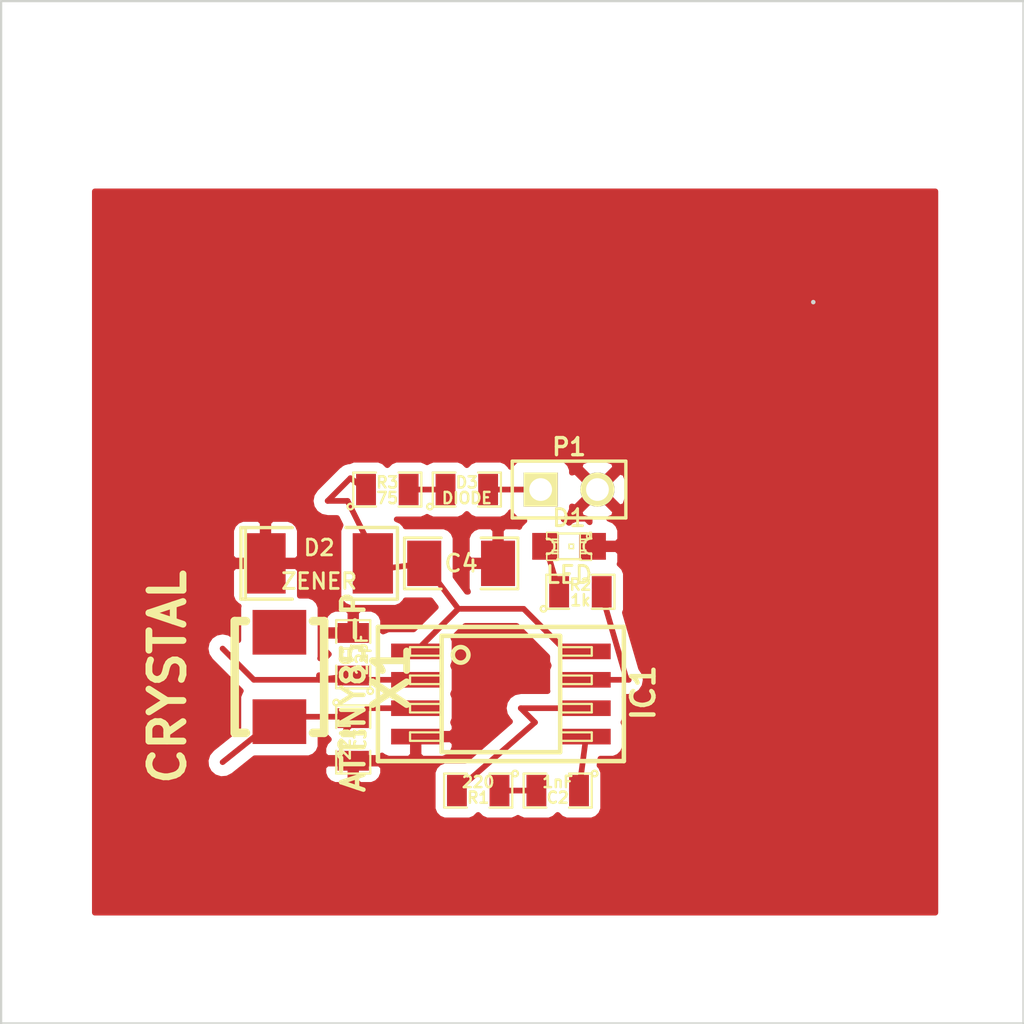
<source format=kicad_pcb>
(kicad_pcb (version 3) (host pcbnew "(2013-may-18)-stable")

  (general
    (links 21)
    (no_connects 3)
    (area 147.269999 111.709999 193.090001 157.530001)
    (thickness 1.6)
    (drawings 5)
    (tracks 35)
    (zones 0)
    (modules 13)
    (nets 12)
  )

  (page A3)
  (layers
    (15 F.Cu signal)
    (0 B.Cu signal)
    (16 B.Adhes user)
    (17 F.Adhes user)
    (18 B.Paste user)
    (19 F.Paste user)
    (20 B.SilkS user)
    (21 F.SilkS user)
    (22 B.Mask user)
    (23 F.Mask user)
    (24 Dwgs.User user)
    (25 Cmts.User user)
    (26 Eco1.User user)
    (27 Eco2.User user)
    (28 Edge.Cuts user)
  )

  (setup
    (last_trace_width 0.254)
    (trace_clearance 0.254)
    (zone_clearance 0.508)
    (zone_45_only no)
    (trace_min 0.254)
    (segment_width 0.2)
    (edge_width 0.1)
    (via_size 0.889)
    (via_drill 0.635)
    (via_min_size 0.889)
    (via_min_drill 0.508)
    (uvia_size 0.508)
    (uvia_drill 0.127)
    (uvias_allowed no)
    (uvia_min_size 0.508)
    (uvia_min_drill 0.127)
    (pcb_text_width 0.3)
    (pcb_text_size 1.5 1.5)
    (mod_edge_width 0.15)
    (mod_text_size 1 1)
    (mod_text_width 0.15)
    (pad_size 1.5 1.5)
    (pad_drill 0.6)
    (pad_to_mask_clearance 0)
    (aux_axis_origin 0 0)
    (visible_elements FFFFFFBF)
    (pcbplotparams
      (layerselection 3178497)
      (usegerberextensions true)
      (excludeedgelayer true)
      (linewidth 0.150000)
      (plotframeref false)
      (viasonmask false)
      (mode 1)
      (useauxorigin false)
      (hpglpennumber 1)
      (hpglpenspeed 20)
      (hpglpendiameter 15)
      (hpglpenoverlay 2)
      (psnegative false)
      (psa4output false)
      (plotreference true)
      (plotvalue true)
      (plotothertext true)
      (plotinvisibletext false)
      (padsonsilk false)
      (subtractmaskfromsilk false)
      (outputformat 1)
      (mirror false)
      (drillshape 1)
      (scaleselection 1)
      (outputdirectory ""))
  )

  (net 0 "")
  (net 1 +BATT)
  (net 2 GND)
  (net 3 N-000001)
  (net 4 N-0000010)
  (net 5 N-0000011)
  (net 6 N-000002)
  (net 7 N-000003)
  (net 8 N-000004)
  (net 9 N-000005)
  (net 10 N-000007)
  (net 11 N-000009)

  (net_class Default "This is the default net class."
    (clearance 0.254)
    (trace_width 0.254)
    (via_dia 0.889)
    (via_drill 0.635)
    (uvia_dia 0.508)
    (uvia_drill 0.127)
    (add_net "")
    (add_net +BATT)
    (add_net GND)
    (add_net N-000001)
    (add_net N-0000010)
    (add_net N-0000011)
    (add_net N-000002)
    (add_net N-000003)
    (add_net N-000004)
    (add_net N-000005)
    (add_net N-000007)
    (add_net N-000009)
  )

  (module SM1206 (layer F.Cu) (tedit 42806E24) (tstamp 5548A5C0)
    (at 167.894 136.906)
    (path /55489ECF)
    (attr smd)
    (fp_text reference C4 (at 0 0) (layer F.SilkS)
      (effects (font (size 0.762 0.762) (thickness 0.127)))
    )
    (fp_text value 50uF (at 0 0) (layer F.SilkS) hide
      (effects (font (size 0.762 0.762) (thickness 0.127)))
    )
    (fp_line (start -2.54 -1.143) (end -2.54 1.143) (layer F.SilkS) (width 0.127))
    (fp_line (start -2.54 1.143) (end -0.889 1.143) (layer F.SilkS) (width 0.127))
    (fp_line (start 0.889 -1.143) (end 2.54 -1.143) (layer F.SilkS) (width 0.127))
    (fp_line (start 2.54 -1.143) (end 2.54 1.143) (layer F.SilkS) (width 0.127))
    (fp_line (start 2.54 1.143) (end 0.889 1.143) (layer F.SilkS) (width 0.127))
    (fp_line (start -0.889 -1.143) (end -2.54 -1.143) (layer F.SilkS) (width 0.127))
    (pad 1 smd rect (at -1.651 0) (size 1.524 2.032)
      (layers F.Cu F.Paste F.Mask)
      (net 5 N-0000011)
    )
    (pad 2 smd rect (at 1.651 0) (size 1.524 2.032)
      (layers F.Cu F.Paste F.Mask)
      (net 2 GND)
    )
    (model smd/chip_cms.wrl
      (at (xyz 0 0 0))
      (scale (xyz 0.17 0.16 0.16))
      (rotate (xyz 0 0 0))
    )
  )

  (module SM0805 (layer F.Cu) (tedit 5091495C) (tstamp 5548A5CD)
    (at 164.592 133.604)
    (path /5541F0E5)
    (attr smd)
    (fp_text reference R3 (at 0 -0.3175) (layer F.SilkS)
      (effects (font (size 0.50038 0.50038) (thickness 0.10922)))
    )
    (fp_text value 75 (at 0 0.381) (layer F.SilkS)
      (effects (font (size 0.50038 0.50038) (thickness 0.10922)))
    )
    (fp_circle (center -1.651 0.762) (end -1.651 0.635) (layer F.SilkS) (width 0.09906))
    (fp_line (start -0.508 0.762) (end -1.524 0.762) (layer F.SilkS) (width 0.09906))
    (fp_line (start -1.524 0.762) (end -1.524 -0.762) (layer F.SilkS) (width 0.09906))
    (fp_line (start -1.524 -0.762) (end -0.508 -0.762) (layer F.SilkS) (width 0.09906))
    (fp_line (start 0.508 -0.762) (end 1.524 -0.762) (layer F.SilkS) (width 0.09906))
    (fp_line (start 1.524 -0.762) (end 1.524 0.762) (layer F.SilkS) (width 0.09906))
    (fp_line (start 1.524 0.762) (end 0.508 0.762) (layer F.SilkS) (width 0.09906))
    (pad 1 smd rect (at -0.9525 0) (size 0.889 1.397)
      (layers F.Cu F.Paste F.Mask)
      (net 5 N-0000011)
    )
    (pad 2 smd rect (at 0.9525 0) (size 0.889 1.397)
      (layers F.Cu F.Paste F.Mask)
      (net 1 +BATT)
    )
    (model smd/chip_cms.wrl
      (at (xyz 0 0 0))
      (scale (xyz 0.1 0.1 0.1))
      (rotate (xyz 0 0 0))
    )
  )

  (module SM0805 (layer F.Cu) (tedit 5091495C) (tstamp 5548A5DA)
    (at 163.068 140.97 90)
    (path /5541F242)
    (attr smd)
    (fp_text reference C1 (at 0 -0.3175 90) (layer F.SilkS)
      (effects (font (size 0.50038 0.50038) (thickness 0.10922)))
    )
    (fp_text value 22pF (at 0 0.381 90) (layer F.SilkS)
      (effects (font (size 0.50038 0.50038) (thickness 0.10922)))
    )
    (fp_circle (center -1.651 0.762) (end -1.651 0.635) (layer F.SilkS) (width 0.09906))
    (fp_line (start -0.508 0.762) (end -1.524 0.762) (layer F.SilkS) (width 0.09906))
    (fp_line (start -1.524 0.762) (end -1.524 -0.762) (layer F.SilkS) (width 0.09906))
    (fp_line (start -1.524 -0.762) (end -0.508 -0.762) (layer F.SilkS) (width 0.09906))
    (fp_line (start 0.508 -0.762) (end 1.524 -0.762) (layer F.SilkS) (width 0.09906))
    (fp_line (start 1.524 -0.762) (end 1.524 0.762) (layer F.SilkS) (width 0.09906))
    (fp_line (start 1.524 0.762) (end 0.508 0.762) (layer F.SilkS) (width 0.09906))
    (pad 1 smd rect (at -0.9525 0 90) (size 0.889 1.397)
      (layers F.Cu F.Paste F.Mask)
      (net 4 N-0000010)
    )
    (pad 2 smd rect (at 0.9525 0 90) (size 0.889 1.397)
      (layers F.Cu F.Paste F.Mask)
      (net 2 GND)
    )
    (model smd/chip_cms.wrl
      (at (xyz 0 0 0))
      (scale (xyz 0.1 0.1 0.1))
      (rotate (xyz 0 0 0))
    )
  )

  (module SM0805 (layer F.Cu) (tedit 5091495C) (tstamp 5548A5E7)
    (at 163.068 144.78 270)
    (path /5541F251)
    (attr smd)
    (fp_text reference C3 (at 0 -0.3175 270) (layer F.SilkS)
      (effects (font (size 0.50038 0.50038) (thickness 0.10922)))
    )
    (fp_text value 22pF (at 0 0.381 270) (layer F.SilkS)
      (effects (font (size 0.50038 0.50038) (thickness 0.10922)))
    )
    (fp_circle (center -1.651 0.762) (end -1.651 0.635) (layer F.SilkS) (width 0.09906))
    (fp_line (start -0.508 0.762) (end -1.524 0.762) (layer F.SilkS) (width 0.09906))
    (fp_line (start -1.524 0.762) (end -1.524 -0.762) (layer F.SilkS) (width 0.09906))
    (fp_line (start -1.524 -0.762) (end -0.508 -0.762) (layer F.SilkS) (width 0.09906))
    (fp_line (start 0.508 -0.762) (end 1.524 -0.762) (layer F.SilkS) (width 0.09906))
    (fp_line (start 1.524 -0.762) (end 1.524 0.762) (layer F.SilkS) (width 0.09906))
    (fp_line (start 1.524 0.762) (end 0.508 0.762) (layer F.SilkS) (width 0.09906))
    (pad 1 smd rect (at -0.9525 0 270) (size 0.889 1.397)
      (layers F.Cu F.Paste F.Mask)
      (net 11 N-000009)
    )
    (pad 2 smd rect (at 0.9525 0 270) (size 0.889 1.397)
      (layers F.Cu F.Paste F.Mask)
      (net 2 GND)
    )
    (model smd/chip_cms.wrl
      (at (xyz 0 0 0))
      (scale (xyz 0.1 0.1 0.1))
      (rotate (xyz 0 0 0))
    )
  )

  (module SM0805 (layer F.Cu) (tedit 5091495C) (tstamp 5548A5F4)
    (at 173.228 138.176)
    (path /5541F330)
    (attr smd)
    (fp_text reference R2 (at 0 -0.3175) (layer F.SilkS)
      (effects (font (size 0.50038 0.50038) (thickness 0.10922)))
    )
    (fp_text value 1k (at 0 0.381) (layer F.SilkS)
      (effects (font (size 0.50038 0.50038) (thickness 0.10922)))
    )
    (fp_circle (center -1.651 0.762) (end -1.651 0.635) (layer F.SilkS) (width 0.09906))
    (fp_line (start -0.508 0.762) (end -1.524 0.762) (layer F.SilkS) (width 0.09906))
    (fp_line (start -1.524 0.762) (end -1.524 -0.762) (layer F.SilkS) (width 0.09906))
    (fp_line (start -1.524 -0.762) (end -0.508 -0.762) (layer F.SilkS) (width 0.09906))
    (fp_line (start 0.508 -0.762) (end 1.524 -0.762) (layer F.SilkS) (width 0.09906))
    (fp_line (start 1.524 -0.762) (end 1.524 0.762) (layer F.SilkS) (width 0.09906))
    (fp_line (start 1.524 0.762) (end 0.508 0.762) (layer F.SilkS) (width 0.09906))
    (pad 1 smd rect (at -0.9525 0) (size 0.889 1.397)
      (layers F.Cu F.Paste F.Mask)
      (net 8 N-000004)
    )
    (pad 2 smd rect (at 0.9525 0) (size 0.889 1.397)
      (layers F.Cu F.Paste F.Mask)
      (net 9 N-000005)
    )
    (model smd/chip_cms.wrl
      (at (xyz 0 0 0))
      (scale (xyz 0.1 0.1 0.1))
      (rotate (xyz 0 0 0))
    )
  )

  (module SM0805 (layer F.Cu) (tedit 5091495C) (tstamp 5548A601)
    (at 168.656 147.066 180)
    (path /55489F9C)
    (attr smd)
    (fp_text reference R1 (at 0 -0.3175 180) (layer F.SilkS)
      (effects (font (size 0.50038 0.50038) (thickness 0.10922)))
    )
    (fp_text value 220 (at 0 0.381 180) (layer F.SilkS)
      (effects (font (size 0.50038 0.50038) (thickness 0.10922)))
    )
    (fp_circle (center -1.651 0.762) (end -1.651 0.635) (layer F.SilkS) (width 0.09906))
    (fp_line (start -0.508 0.762) (end -1.524 0.762) (layer F.SilkS) (width 0.09906))
    (fp_line (start -1.524 0.762) (end -1.524 -0.762) (layer F.SilkS) (width 0.09906))
    (fp_line (start -1.524 -0.762) (end -0.508 -0.762) (layer F.SilkS) (width 0.09906))
    (fp_line (start 0.508 -0.762) (end 1.524 -0.762) (layer F.SilkS) (width 0.09906))
    (fp_line (start 1.524 -0.762) (end 1.524 0.762) (layer F.SilkS) (width 0.09906))
    (fp_line (start 1.524 0.762) (end 0.508 0.762) (layer F.SilkS) (width 0.09906))
    (pad 1 smd rect (at -0.9525 0 180) (size 0.889 1.397)
      (layers F.Cu F.Paste F.Mask)
      (net 3 N-000001)
    )
    (pad 2 smd rect (at 0.9525 0 180) (size 0.889 1.397)
      (layers F.Cu F.Paste F.Mask)
      (net 7 N-000003)
    )
    (model smd/chip_cms.wrl
      (at (xyz 0 0 0))
      (scale (xyz 0.1 0.1 0.1))
      (rotate (xyz 0 0 0))
    )
  )

  (module SM0805 (layer F.Cu) (tedit 5091495C) (tstamp 5548A60E)
    (at 172.212 147.066 180)
    (path /55489FB1)
    (attr smd)
    (fp_text reference C2 (at 0 -0.3175 180) (layer F.SilkS)
      (effects (font (size 0.50038 0.50038) (thickness 0.10922)))
    )
    (fp_text value 1nF (at 0 0.381 180) (layer F.SilkS)
      (effects (font (size 0.50038 0.50038) (thickness 0.10922)))
    )
    (fp_circle (center -1.651 0.762) (end -1.651 0.635) (layer F.SilkS) (width 0.09906))
    (fp_line (start -0.508 0.762) (end -1.524 0.762) (layer F.SilkS) (width 0.09906))
    (fp_line (start -1.524 0.762) (end -1.524 -0.762) (layer F.SilkS) (width 0.09906))
    (fp_line (start -1.524 -0.762) (end -0.508 -0.762) (layer F.SilkS) (width 0.09906))
    (fp_line (start 0.508 -0.762) (end 1.524 -0.762) (layer F.SilkS) (width 0.09906))
    (fp_line (start 1.524 -0.762) (end 1.524 0.762) (layer F.SilkS) (width 0.09906))
    (fp_line (start 1.524 0.762) (end 0.508 0.762) (layer F.SilkS) (width 0.09906))
    (pad 1 smd rect (at -0.9525 0 180) (size 0.889 1.397)
      (layers F.Cu F.Paste F.Mask)
      (net 6 N-000002)
    )
    (pad 2 smd rect (at 0.9525 0 180) (size 0.889 1.397)
      (layers F.Cu F.Paste F.Mask)
      (net 3 N-000001)
    )
    (model smd/chip_cms.wrl
      (at (xyz 0 0 0))
      (scale (xyz 0.1 0.1 0.1))
      (rotate (xyz 0 0 0))
    )
  )

  (module PIN_ARRAY_2X1 (layer F.Cu) (tedit 4565C520) (tstamp 5548A791)
    (at 172.72 133.604)
    (descr "Connecteurs 2 pins")
    (tags "CONN DEV")
    (path /5548A706)
    (fp_text reference P1 (at 0 -1.905) (layer F.SilkS)
      (effects (font (size 0.762 0.762) (thickness 0.1524)))
    )
    (fp_text value CONN_2 (at 0 -1.905) (layer F.SilkS) hide
      (effects (font (size 0.762 0.762) (thickness 0.1524)))
    )
    (fp_line (start -2.54 1.27) (end -2.54 -1.27) (layer F.SilkS) (width 0.1524))
    (fp_line (start -2.54 -1.27) (end 2.54 -1.27) (layer F.SilkS) (width 0.1524))
    (fp_line (start 2.54 -1.27) (end 2.54 1.27) (layer F.SilkS) (width 0.1524))
    (fp_line (start 2.54 1.27) (end -2.54 1.27) (layer F.SilkS) (width 0.1524))
    (pad 1 thru_hole rect (at -1.27 0) (size 1.524 1.524) (drill 1.016)
      (layers *.Cu *.Mask F.SilkS)
      (net 10 N-000007)
    )
    (pad 2 thru_hole circle (at 1.27 0) (size 1.524 1.524) (drill 1.016)
      (layers *.Cu *.Mask F.SilkS)
      (net 2 GND)
    )
    (model pin_array/pins_array_2x1.wrl
      (at (xyz 0 0 0))
      (scale (xyz 1 1 1))
      (rotate (xyz 0 0 0))
    )
  )

  (module SM0805 (layer F.Cu) (tedit 5091495C) (tstamp 5548AC68)
    (at 168.148 133.604)
    (path /5548AC1F)
    (attr smd)
    (fp_text reference D3 (at 0 -0.3175) (layer F.SilkS)
      (effects (font (size 0.50038 0.50038) (thickness 0.10922)))
    )
    (fp_text value DIODE (at 0 0.381) (layer F.SilkS)
      (effects (font (size 0.50038 0.50038) (thickness 0.10922)))
    )
    (fp_circle (center -1.651 0.762) (end -1.651 0.635) (layer F.SilkS) (width 0.09906))
    (fp_line (start -0.508 0.762) (end -1.524 0.762) (layer F.SilkS) (width 0.09906))
    (fp_line (start -1.524 0.762) (end -1.524 -0.762) (layer F.SilkS) (width 0.09906))
    (fp_line (start -1.524 -0.762) (end -0.508 -0.762) (layer F.SilkS) (width 0.09906))
    (fp_line (start 0.508 -0.762) (end 1.524 -0.762) (layer F.SilkS) (width 0.09906))
    (fp_line (start 1.524 -0.762) (end 1.524 0.762) (layer F.SilkS) (width 0.09906))
    (fp_line (start 1.524 0.762) (end 0.508 0.762) (layer F.SilkS) (width 0.09906))
    (pad 1 smd rect (at -0.9525 0) (size 0.889 1.397)
      (layers F.Cu F.Paste F.Mask)
      (net 1 +BATT)
    )
    (pad 2 smd rect (at 0.9525 0) (size 0.889 1.397)
      (layers F.Cu F.Paste F.Mask)
      (net 10 N-000007)
    )
    (model smd/chip_cms.wrl
      (at (xyz 0 0 0))
      (scale (xyz 0.1 0.1 0.1))
      (rotate (xyz 0 0 0))
    )
  )

  (module LED-0805 (layer F.Cu) (tedit 49DC4C0B) (tstamp 5548B077)
    (at 172.72 136.144)
    (descr "LED 0805 smd package")
    (tags "LED 0805 SMD")
    (path /5541F321)
    (attr smd)
    (fp_text reference D1 (at 0 -1.27) (layer F.SilkS)
      (effects (font (size 0.762 0.762) (thickness 0.127)))
    )
    (fp_text value LED (at 0 1.27) (layer F.SilkS)
      (effects (font (size 0.762 0.762) (thickness 0.127)))
    )
    (fp_line (start 0.49784 0.29972) (end 0.49784 0.62484) (layer F.SilkS) (width 0.06604))
    (fp_line (start 0.49784 0.62484) (end 0.99822 0.62484) (layer F.SilkS) (width 0.06604))
    (fp_line (start 0.99822 0.29972) (end 0.99822 0.62484) (layer F.SilkS) (width 0.06604))
    (fp_line (start 0.49784 0.29972) (end 0.99822 0.29972) (layer F.SilkS) (width 0.06604))
    (fp_line (start 0.49784 -0.32258) (end 0.49784 -0.17272) (layer F.SilkS) (width 0.06604))
    (fp_line (start 0.49784 -0.17272) (end 0.7493 -0.17272) (layer F.SilkS) (width 0.06604))
    (fp_line (start 0.7493 -0.32258) (end 0.7493 -0.17272) (layer F.SilkS) (width 0.06604))
    (fp_line (start 0.49784 -0.32258) (end 0.7493 -0.32258) (layer F.SilkS) (width 0.06604))
    (fp_line (start 0.49784 0.17272) (end 0.49784 0.32258) (layer F.SilkS) (width 0.06604))
    (fp_line (start 0.49784 0.32258) (end 0.7493 0.32258) (layer F.SilkS) (width 0.06604))
    (fp_line (start 0.7493 0.17272) (end 0.7493 0.32258) (layer F.SilkS) (width 0.06604))
    (fp_line (start 0.49784 0.17272) (end 0.7493 0.17272) (layer F.SilkS) (width 0.06604))
    (fp_line (start 0.49784 -0.19812) (end 0.49784 0.19812) (layer F.SilkS) (width 0.06604))
    (fp_line (start 0.49784 0.19812) (end 0.6731 0.19812) (layer F.SilkS) (width 0.06604))
    (fp_line (start 0.6731 -0.19812) (end 0.6731 0.19812) (layer F.SilkS) (width 0.06604))
    (fp_line (start 0.49784 -0.19812) (end 0.6731 -0.19812) (layer F.SilkS) (width 0.06604))
    (fp_line (start -0.99822 0.29972) (end -0.99822 0.62484) (layer F.SilkS) (width 0.06604))
    (fp_line (start -0.99822 0.62484) (end -0.49784 0.62484) (layer F.SilkS) (width 0.06604))
    (fp_line (start -0.49784 0.29972) (end -0.49784 0.62484) (layer F.SilkS) (width 0.06604))
    (fp_line (start -0.99822 0.29972) (end -0.49784 0.29972) (layer F.SilkS) (width 0.06604))
    (fp_line (start -0.99822 -0.62484) (end -0.99822 -0.29972) (layer F.SilkS) (width 0.06604))
    (fp_line (start -0.99822 -0.29972) (end -0.49784 -0.29972) (layer F.SilkS) (width 0.06604))
    (fp_line (start -0.49784 -0.62484) (end -0.49784 -0.29972) (layer F.SilkS) (width 0.06604))
    (fp_line (start -0.99822 -0.62484) (end -0.49784 -0.62484) (layer F.SilkS) (width 0.06604))
    (fp_line (start -0.7493 0.17272) (end -0.7493 0.32258) (layer F.SilkS) (width 0.06604))
    (fp_line (start -0.7493 0.32258) (end -0.49784 0.32258) (layer F.SilkS) (width 0.06604))
    (fp_line (start -0.49784 0.17272) (end -0.49784 0.32258) (layer F.SilkS) (width 0.06604))
    (fp_line (start -0.7493 0.17272) (end -0.49784 0.17272) (layer F.SilkS) (width 0.06604))
    (fp_line (start -0.7493 -0.32258) (end -0.7493 -0.17272) (layer F.SilkS) (width 0.06604))
    (fp_line (start -0.7493 -0.17272) (end -0.49784 -0.17272) (layer F.SilkS) (width 0.06604))
    (fp_line (start -0.49784 -0.32258) (end -0.49784 -0.17272) (layer F.SilkS) (width 0.06604))
    (fp_line (start -0.7493 -0.32258) (end -0.49784 -0.32258) (layer F.SilkS) (width 0.06604))
    (fp_line (start -0.6731 -0.19812) (end -0.6731 0.19812) (layer F.SilkS) (width 0.06604))
    (fp_line (start -0.6731 0.19812) (end -0.49784 0.19812) (layer F.SilkS) (width 0.06604))
    (fp_line (start -0.49784 -0.19812) (end -0.49784 0.19812) (layer F.SilkS) (width 0.06604))
    (fp_line (start -0.6731 -0.19812) (end -0.49784 -0.19812) (layer F.SilkS) (width 0.06604))
    (fp_line (start 0 -0.09906) (end 0 0.09906) (layer F.SilkS) (width 0.06604))
    (fp_line (start 0 0.09906) (end 0.19812 0.09906) (layer F.SilkS) (width 0.06604))
    (fp_line (start 0.19812 -0.09906) (end 0.19812 0.09906) (layer F.SilkS) (width 0.06604))
    (fp_line (start 0 -0.09906) (end 0.19812 -0.09906) (layer F.SilkS) (width 0.06604))
    (fp_line (start 0.49784 -0.59944) (end 0.49784 -0.29972) (layer F.SilkS) (width 0.06604))
    (fp_line (start 0.49784 -0.29972) (end 0.79756 -0.29972) (layer F.SilkS) (width 0.06604))
    (fp_line (start 0.79756 -0.59944) (end 0.79756 -0.29972) (layer F.SilkS) (width 0.06604))
    (fp_line (start 0.49784 -0.59944) (end 0.79756 -0.59944) (layer F.SilkS) (width 0.06604))
    (fp_line (start 0.92456 -0.62484) (end 0.92456 -0.39878) (layer F.SilkS) (width 0.06604))
    (fp_line (start 0.92456 -0.39878) (end 0.99822 -0.39878) (layer F.SilkS) (width 0.06604))
    (fp_line (start 0.99822 -0.62484) (end 0.99822 -0.39878) (layer F.SilkS) (width 0.06604))
    (fp_line (start 0.92456 -0.62484) (end 0.99822 -0.62484) (layer F.SilkS) (width 0.06604))
    (fp_line (start 0.52324 0.57404) (end -0.52324 0.57404) (layer F.SilkS) (width 0.1016))
    (fp_line (start -0.49784 -0.57404) (end 0.92456 -0.57404) (layer F.SilkS) (width 0.1016))
    (fp_circle (center 0.84836 -0.44958) (end 0.89916 -0.50038) (layer F.SilkS) (width 0.0508))
    (fp_arc (start 0.99822 0) (end 0.99822 0.34798) (angle 180) (layer F.SilkS) (width 0.1016))
    (fp_arc (start -0.99822 0) (end -0.99822 -0.34798) (angle 180) (layer F.SilkS) (width 0.1016))
    (pad 1 smd rect (at -1.04902 0) (size 1.19888 1.19888)
      (layers F.Cu F.Paste F.Mask)
      (net 8 N-000004)
    )
    (pad 2 smd rect (at 1.04902 0) (size 1.19888 1.19888)
      (layers F.Cu F.Paste F.Mask)
      (net 2 GND)
    )
  )

  (module SO8_200mil_wide (layer F.Cu) (tedit 510FBDFB) (tstamp 55491126)
    (at 169.672 142.748 270)
    (path /5541EFDB)
    (fp_text reference IC1 (at -0.06 -6.37 270) (layer F.SilkS)
      (effects (font (size 1 1) (thickness 0.2)))
    )
    (fp_text value ATTINY85-P (at -0.08 6.6 270) (layer F.SilkS)
      (effects (font (size 1 1) (thickness 0.2)))
    )
    (fp_circle (center -1.75 1.8) (end -1.4 1.8) (layer F.SilkS) (width 0.2))
    (fp_line (start -3 -5.5) (end 3 -5.5) (layer F.SilkS) (width 0.2))
    (fp_line (start 3 -5.5) (end 3 5.5) (layer F.SilkS) (width 0.2))
    (fp_line (start 3 5.5) (end -3 5.5) (layer F.SilkS) (width 0.2))
    (fp_line (start -3 5.5) (end -3 -5.5) (layer F.SilkS) (width 0.2))
    (fp_line (start -1.7145 2.667) (end -1.7145 4.064) (layer F.SilkS) (width 0.1))
    (fp_line (start -1.7145 4.064) (end -2.0955 4.064) (layer F.SilkS) (width 0.1))
    (fp_line (start -2.0955 4.064) (end -2.0955 2.667) (layer F.SilkS) (width 0.1))
    (fp_line (start -0.4445 2.667) (end -0.4445 4.064) (layer F.SilkS) (width 0.1))
    (fp_line (start -0.4445 4.064) (end -0.8255 4.064) (layer F.SilkS) (width 0.1))
    (fp_line (start -0.8255 4.064) (end -0.8255 2.667) (layer F.SilkS) (width 0.1))
    (fp_line (start 0.8255 2.667) (end 0.8255 4.064) (layer F.SilkS) (width 0.1))
    (fp_line (start 0.8255 4.064) (end 0.4445 4.064) (layer F.SilkS) (width 0.1))
    (fp_line (start 0.4445 4.064) (end 0.4445 2.667) (layer F.SilkS) (width 0.1))
    (fp_line (start 2.0955 2.667) (end 2.0955 4.064) (layer F.SilkS) (width 0.1))
    (fp_line (start 2.0955 4.064) (end 1.7145 4.064) (layer F.SilkS) (width 0.1))
    (fp_line (start 1.7145 4.064) (end 1.7145 2.667) (layer F.SilkS) (width 0.1))
    (fp_line (start -2.0955 -2.667) (end -2.0955 -4.064) (layer F.SilkS) (width 0.1))
    (fp_line (start -2.0955 -4.064) (end -1.7145 -4.064) (layer F.SilkS) (width 0.1))
    (fp_line (start -1.7145 -4.064) (end -1.7145 -2.667) (layer F.SilkS) (width 0.1))
    (fp_line (start -0.8255 -2.667) (end -0.8255 -4.064) (layer F.SilkS) (width 0.1))
    (fp_line (start -0.8255 -4.064) (end -0.4445 -4.064) (layer F.SilkS) (width 0.1))
    (fp_line (start -0.4445 -4.064) (end -0.4445 -2.667) (layer F.SilkS) (width 0.1))
    (fp_line (start 0.4445 -2.667) (end 0.4445 -4.064) (layer F.SilkS) (width 0.1))
    (fp_line (start 0.4445 -4.064) (end 0.8255 -4.064) (layer F.SilkS) (width 0.1))
    (fp_line (start 0.8255 -4.064) (end 0.8255 -2.667) (layer F.SilkS) (width 0.1))
    (fp_line (start 1.7145 -4.064) (end 2.0955 -4.064) (layer F.SilkS) (width 0.1))
    (fp_line (start 1.7145 -2.667) (end 1.7145 -4.064) (layer F.SilkS) (width 0.1))
    (fp_line (start 2.0955 -4.064) (end 2.0955 -2.667) (layer F.SilkS) (width 0.1))
    (fp_line (start 2.6 -2.65) (end 2.6 2.65) (layer F.SilkS) (width 0.2))
    (fp_line (start 2.6 2.65) (end -2.6 2.65) (layer F.SilkS) (width 0.2))
    (fp_line (start -2.6 2.65) (end -2.6 -2.65) (layer F.SilkS) (width 0.2))
    (fp_line (start -2.6 -2.65) (end 2.6 -2.65) (layer F.SilkS) (width 0.2))
    (pad 1 smd rect (at -1.905 3.81 270) (size 0.7 2.2)
      (layers F.Cu F.Paste F.Mask)
      (net 5 N-0000011)
    )
    (pad 2 smd rect (at -0.635 3.81 270) (size 0.7 2.2)
      (layers F.Cu F.Paste F.Mask)
      (net 4 N-0000010)
    )
    (pad 3 smd rect (at 0.635 3.81 270) (size 0.7 2.2)
      (layers F.Cu F.Paste F.Mask)
      (net 11 N-000009)
    )
    (pad 4 smd rect (at 1.905 3.81 270) (size 0.7 2.2)
      (layers F.Cu F.Paste F.Mask)
      (net 2 GND)
    )
    (pad 5 smd rect (at 1.905 -3.81 270) (size 0.7 2.2)
      (layers F.Cu F.Paste F.Mask)
      (net 6 N-000002)
    )
    (pad 6 smd rect (at 0.635 -3.81 270) (size 0.7 2.2)
      (layers F.Cu F.Paste F.Mask)
      (net 7 N-000003)
    )
    (pad 7 smd rect (at -0.635 -3.81 270) (size 0.7 2.2)
      (layers F.Cu F.Paste F.Mask)
      (net 9 N-000005)
    )
    (pad 8 smd rect (at -1.905 -3.81 270) (size 0.7 2.2)
      (layers F.Cu F.Paste F.Mask)
      (net 5 N-0000011)
    )
  )

  (module SM2010 (layer F.Cu) (tedit 510157F5) (tstamp 5549136C)
    (at 161.544 136.906)
    (tags "CMS SM")
    (path /5541F045)
    (attr smd)
    (fp_text reference D2 (at 0 -0.7) (layer F.SilkS)
      (effects (font (size 0.70104 0.70104) (thickness 0.127)))
    )
    (fp_text value ZENER (at 0 0.8) (layer F.SilkS)
      (effects (font (size 0.70104 0.70104) (thickness 0.127)))
    )
    (fp_line (start -3.3 -1.6) (end -3.3 1.6) (layer F.SilkS) (width 0.15))
    (fp_line (start 3.50012 -1.6002) (end 3.50012 1.6002) (layer F.SilkS) (width 0.15))
    (fp_line (start -3.5 -1.6) (end -3.5 1.6) (layer F.SilkS) (width 0.15))
    (fp_line (start 1.19634 1.60528) (end 3.48234 1.60528) (layer F.SilkS) (width 0.15))
    (fp_line (start 3.48234 -1.60528) (end 1.19634 -1.60528) (layer F.SilkS) (width 0.15))
    (fp_line (start -1.2 -1.6) (end -3.5 -1.6) (layer F.SilkS) (width 0.15))
    (fp_line (start -3.5 1.6) (end -1.2 1.6) (layer F.SilkS) (width 0.15))
    (pad 1 smd rect (at -2.4003 0) (size 1.80086 2.70002)
      (layers F.Cu F.Paste F.Mask)
      (net 2 GND)
    )
    (pad 2 smd rect (at 2.4003 0) (size 1.80086 2.70002)
      (layers F.Cu F.Paste F.Mask)
      (net 5 N-0000011)
    )
    (model smd\chip_smd_pol_wide.wrl
      (at (xyz 0 0 0))
      (scale (xyz 0.35 0.35 0.35))
      (rotate (xyz 0 0 0))
    )
  )

  (module CRYSTAL-NX5032GA (layer F.Cu) (tedit 5066972C) (tstamp 55491378)
    (at 159.766 141.986 270)
    (path /5541F22A)
    (fp_text reference X1 (at 0 -5.00126 270) (layer F.SilkS)
      (effects (font (size 1.524 1.524) (thickness 0.3048)))
    )
    (fp_text value CRYSTAL (at 0 5.00126 270) (layer F.SilkS)
      (effects (font (size 1.524 1.524) (thickness 0.3048)))
    )
    (fp_line (start -2.49936 1.50114) (end -2.49936 1.99898) (layer F.SilkS) (width 0.381))
    (fp_line (start -2.49936 1.99898) (end 2.49936 1.99898) (layer F.SilkS) (width 0.381))
    (fp_line (start 2.49936 1.99898) (end 2.49936 1.50114) (layer F.SilkS) (width 0.381))
    (fp_line (start -2.49936 -1.50114) (end -2.49936 -1.99898) (layer F.SilkS) (width 0.381))
    (fp_line (start -2.49936 -1.99898) (end 2.49936 -1.99898) (layer F.SilkS) (width 0.381))
    (fp_line (start 2.49936 -1.99898) (end 2.49936 -1.50114) (layer F.SilkS) (width 0.381))
    (pad 1 smd rect (at -1.99898 0 270) (size 1.99898 2.4003)
      (layers F.Cu F.Paste F.Mask)
      (net 4 N-0000010)
    )
    (pad 2 smd rect (at 1.99898 0 270) (size 1.99898 2.4003)
      (layers F.Cu F.Paste F.Mask)
      (net 11 N-000009)
    )
  )

  (target plus (at 183.642 125.222) (size 0.005) (width 0.1) (layer Edge.Cuts))
  (gr_line (start 147.32 157.48) (end 147.32 111.76) (angle 90) (layer Edge.Cuts) (width 0.1))
  (gr_line (start 193.04 157.48) (end 147.32 157.48) (angle 90) (layer Edge.Cuts) (width 0.1))
  (gr_line (start 193.04 111.76) (end 193.04 157.48) (angle 90) (layer Edge.Cuts) (width 0.1))
  (gr_line (start 147.32 111.76) (end 193.04 111.76) (angle 90) (layer Edge.Cuts) (width 0.1))

  (segment (start 167.1955 133.604) (end 165.5445 133.604) (width 0.254) (layer F.Cu) (net 1) (status 10))
  (segment (start 171.2595 147.066) (end 169.6085 147.066) (width 0.254) (layer F.Cu) (net 3) (status 10))
  (segment (start 163.068 141.9225) (end 161.544 142.113) (width 0.254) (layer F.Cu) (net 4) (status 10))
  (segment (start 161.544 142.113) (end 161.544 141.9098) (width 0.254) (layer F.Cu) (net 4) (tstamp 55491324))
  (segment (start 165.862 142.113) (end 158.623 142.113) (width 0.254) (layer F.Cu) (net 4))
  (segment (start 158.623 142.113) (end 157.226 140.716) (width 0.254) (layer F.Cu) (net 4) (tstamp 5549131E))
  (segment (start 161.544 141.9098) (end 161.544 141.986) (width 0.254) (layer F.Cu) (net 4) (tstamp 5548B179))
  (segment (start 161.544 141.986) (end 161.544 141.9098) (width 0.254) (layer F.Cu) (net 4) (tstamp 5548B17B))
  (segment (start 166.243 136.906) (end 167.767 138.938) (width 0.254) (layer F.Cu) (net 5) (status 10))
  (segment (start 167.767 138.938) (end 165.862 140.843) (width 0.254) (layer F.Cu) (net 5) (tstamp 55491311))
  (segment (start 161.925 134.112) (end 162.814 134.112) (width 0.254) (layer F.Cu) (net 5))
  (segment (start 164.338 137.16) (end 166.243 136.906) (width 0.254) (layer F.Cu) (net 5) (tstamp 5549130C) (status 20))
  (segment (start 162.814 134.112) (end 164.338 137.16) (width 0.254) (layer F.Cu) (net 5) (tstamp 5549130B) (status 20))
  (segment (start 163.6395 133.604) (end 162.941 133.096) (width 0.254) (layer F.Cu) (net 5) (status 10))
  (segment (start 162.941 133.096) (end 161.925 134.112) (width 0.254) (layer F.Cu) (net 5) (tstamp 55491307))
  (segment (start 173.482 140.843) (end 172.593 140.843) (width 0.254) (layer F.Cu) (net 5))
  (segment (start 172.593 140.843) (end 170.688 138.938) (width 0.254) (layer F.Cu) (net 5) (tstamp 55491161))
  (segment (start 170.688 138.938) (end 167.767 138.938) (width 0.254) (layer F.Cu) (net 5) (tstamp 55491162))
  (segment (start 167.767 138.938) (end 165.862 140.843) (width 0.254) (layer F.Cu) (net 5) (tstamp 55491164))
  (segment (start 173.482 144.653) (end 173.1645 147.066) (width 0.254) (layer F.Cu) (net 6) (status 20))
  (segment (start 173.482 143.383) (end 170.561 143.383) (width 0.254) (layer F.Cu) (net 7))
  (segment (start 171.196 144.018) (end 167.7035 147.066) (width 0.254) (layer F.Cu) (net 7) (tstamp 5549134F) (status 20))
  (segment (start 170.561 143.383) (end 171.196 144.018) (width 0.254) (layer F.Cu) (net 7) (tstamp 5549134E))
  (segment (start 172.2755 138.176) (end 171.67098 136.144) (width 0.254) (layer F.Cu) (net 8) (status 10))
  (segment (start 173.482 142.113) (end 175.387 142.113) (width 0.254) (layer F.Cu) (net 9))
  (segment (start 174.244 138.4935) (end 174.1805 138.176) (width 0.254) (layer F.Cu) (net 9) (tstamp 55491173) (status 30))
  (segment (start 175.26 141.986) (end 174.244 138.4935) (width 0.254) (layer F.Cu) (net 9) (tstamp 55491172) (status 20))
  (segment (start 175.387 142.113) (end 175.26 141.986) (width 0.254) (layer F.Cu) (net 9) (tstamp 55491171))
  (segment (start 171.45 133.604) (end 169.1005 133.604) (width 0.254) (layer F.Cu) (net 10) (status 10))
  (segment (start 163.068 143.8275) (end 162.7505 144.3355) (width 0.254) (layer F.Cu) (net 11) (status 10))
  (segment (start 163.703 143.383) (end 165.862 143.383) (width 0.254) (layer F.Cu) (net 11) (tstamp 5549131B))
  (segment (start 162.7505 144.3355) (end 163.703 143.383) (width 0.254) (layer F.Cu) (net 11) (tstamp 5549131A))
  (segment (start 157.226 145.796) (end 159.766 143.764) (width 0.254) (layer F.Cu) (net 11) (status 20))
  (segment (start 163.0045 143.764) (end 163.068 143.8275) (width 0.254) (layer F.Cu) (net 11) (tstamp 55491317) (status 30))
  (segment (start 159.766 143.764) (end 163.0045 143.764) (width 0.254) (layer F.Cu) (net 11) (tstamp 55491316) (status 10))

  (zone (net 2) (net_name GND) (layer F.Cu) (tstamp 5548AFB2) (hatch edge 0.508)
    (connect_pads (clearance 0.508))
    (min_thickness 0.254)
    (fill (arc_segments 16) (thermal_gap 0.508) (thermal_bridge_width 0.508))
    (polygon
      (pts
        (xy 151.384 120.142) (xy 189.23 120.142) (xy 189.23 152.654) (xy 151.384 152.654)
      )
    )
    (filled_polygon
      (pts
        (xy 170.724139 135.001031) (xy 170.712311 135.005919) (xy 170.533527 135.184392) (xy 170.493783 135.280106) (xy 170.432755 135.25489)
        (xy 169.83075 135.255) (xy 169.672 135.41375) (xy 169.672 136.779) (xy 169.692 136.779) (xy 169.692 137.033)
        (xy 169.672 137.033) (xy 169.672 137.053) (xy 169.418 137.053) (xy 169.418 137.033) (xy 169.418 136.779)
        (xy 169.418 135.41375) (xy 169.25925 135.255) (xy 168.657245 135.25489) (xy 168.423771 135.351359) (xy 168.244987 135.529832)
        (xy 168.148111 135.763136) (xy 168.14789 136.015755) (xy 168.148 136.62025) (xy 168.30675 136.779) (xy 169.418 136.779)
        (xy 169.418 137.033) (xy 168.30675 137.033) (xy 168.148 137.19175) (xy 168.14789 137.796245) (xy 168.148111 138.048864)
        (xy 168.200902 138.176) (xy 168.149418 138.176) (xy 167.64011 137.497664) (xy 167.64011 135.764245) (xy 167.543641 135.530771)
        (xy 167.365168 135.351987) (xy 167.131864 135.255111) (xy 166.879245 135.25489) (xy 165.407389 135.25489) (xy 165.383371 135.196761)
        (xy 165.204898 135.017977) (xy 165.010899 134.937422) (xy 165.225755 134.93761) (xy 166.114755 134.93761) (xy 166.348229 134.841141)
        (xy 166.369881 134.819526) (xy 166.390832 134.840513) (xy 166.624136 134.937389) (xy 166.876755 134.93761) (xy 167.765755 134.93761)
        (xy 167.999229 134.841141) (xy 168.148102 134.692526) (xy 168.295832 134.840513) (xy 168.529136 134.937389) (xy 168.781755 134.93761)
        (xy 169.670755 134.93761) (xy 169.904229 134.841141) (xy 170.083013 134.662668) (xy 170.103311 134.613784) (xy 170.149359 134.725229)
        (xy 170.327832 134.904013) (xy 170.561136 135.000889) (xy 170.724139 135.001031)
      )
    )
    (filled_polygon
      (pts
        (xy 189.103 152.527) (xy 176.149 152.527) (xy 176.149 142.113) (xy 176.090996 141.821395) (xy 175.937694 141.591964)
        (xy 175.399143 139.738259) (xy 175.399143 133.811696) (xy 175.37136 133.256631) (xy 175.212396 132.872858) (xy 174.970212 132.803393)
        (xy 174.790607 132.982998) (xy 174.790607 132.623788) (xy 174.721142 132.381604) (xy 174.197696 132.194857) (xy 173.642631 132.22264)
        (xy 173.258858 132.381604) (xy 173.189393 132.623788) (xy 173.99 133.424395) (xy 174.790607 132.623788) (xy 174.790607 132.982998)
        (xy 174.169605 133.604) (xy 174.970212 134.404607) (xy 175.212396 134.335142) (xy 175.399143 133.811696) (xy 175.399143 139.738259)
        (xy 175.21586 139.107396) (xy 175.259889 139.001364) (xy 175.26011 138.748745) (xy 175.26011 137.351745) (xy 175.163641 137.118271)
        (xy 174.985168 136.939487) (xy 174.976172 136.935751) (xy 175.003349 136.870304) (xy 175.00357 136.617685) (xy 175.00346 136.42975)
        (xy 174.84471 136.271) (xy 173.89602 136.271) (xy 173.89602 136.291) (xy 173.64202 136.291) (xy 173.64202 136.271)
        (xy 173.62202 136.271) (xy 173.62202 136.017) (xy 173.64202 136.017) (xy 173.64202 135.997) (xy 173.89602 135.997)
        (xy 173.89602 136.017) (xy 174.84471 136.017) (xy 175.00346 135.85825) (xy 175.00357 135.670315) (xy 175.003349 135.417696)
        (xy 174.906473 135.184392) (xy 174.727689 135.005919) (xy 174.507439 134.914914) (xy 174.721142 134.826396) (xy 174.790607 134.584212)
        (xy 173.99 133.783605) (xy 173.189393 134.584212) (xy 173.258858 134.826396) (xy 173.642018 134.963093) (xy 173.642018 135.068308)
        (xy 173.48327 134.90956) (xy 173.043825 134.90945) (xy 172.810351 135.005919) (xy 172.719999 135.096113) (xy 172.630588 135.006547)
        (xy 172.477969 134.943174) (xy 172.571229 134.904641) (xy 172.750013 134.726168) (xy 172.846889 134.492864) (xy 172.847007 134.357916)
        (xy 173.009788 134.404607) (xy 173.810395 133.604) (xy 173.009788 132.803393) (xy 172.84711 132.850053) (xy 172.84711 132.716245)
        (xy 172.750641 132.482771) (xy 172.572168 132.303987) (xy 172.338864 132.207111) (xy 172.086245 132.20689) (xy 170.562245 132.20689)
        (xy 170.328771 132.303359) (xy 170.149987 132.481832) (xy 170.103386 132.594058) (xy 170.083641 132.546271) (xy 169.905168 132.367487)
        (xy 169.671864 132.270611) (xy 169.419245 132.27039) (xy 168.530245 132.27039) (xy 168.296771 132.366859) (xy 168.147897 132.515473)
        (xy 168.000168 132.367487) (xy 167.766864 132.270611) (xy 167.514245 132.27039) (xy 166.625245 132.27039) (xy 166.391771 132.366859)
        (xy 166.370118 132.388473) (xy 166.349168 132.367487) (xy 166.115864 132.270611) (xy 165.863245 132.27039) (xy 164.974245 132.27039)
        (xy 164.740771 132.366859) (xy 164.591897 132.515473) (xy 164.444168 132.367487) (xy 164.210864 132.270611) (xy 163.958245 132.27039)
        (xy 163.069245 132.27039) (xy 162.891432 132.34386) (xy 162.881954 132.345745) (xy 162.821797 132.343382) (xy 162.737509 132.374477)
        (xy 162.649395 132.392004) (xy 162.599338 132.42545) (xy 162.542856 132.446288) (xy 162.476883 132.507272) (xy 162.402184 132.557185)
        (xy 161.386185 133.573185) (xy 161.221004 133.820395) (xy 161.163 134.112) (xy 161.221004 134.403605) (xy 161.386185 134.650815)
        (xy 161.633395 134.815996) (xy 161.633396 134.815996) (xy 161.925 134.874) (xy 162.343378 134.874) (xy 162.505257 135.197264)
        (xy 162.408981 135.429126) (xy 162.40876 135.681745) (xy 162.40876 138.381765) (xy 162.505229 138.615239) (xy 162.683702 138.794023)
        (xy 162.917006 138.890899) (xy 163.169625 138.89112) (xy 164.970485 138.89112) (xy 165.203959 138.794651) (xy 165.382743 138.616178)
        (xy 165.407342 138.556935) (xy 165.606755 138.55711) (xy 166.529813 138.55711) (xy 166.761577 138.865791) (xy 165.769479 139.85789)
        (xy 164.636245 139.85789) (xy 164.402771 139.954359) (xy 164.40161 139.955517) (xy 164.4015 139.955626) (xy 164.4015 139.890498)
        (xy 164.242752 139.890498) (xy 164.4015 139.73175) (xy 164.40161 139.447245) (xy 164.305141 139.213771) (xy 164.126668 139.034987)
        (xy 163.893364 138.938111) (xy 163.640745 138.93789) (xy 163.35375 138.938) (xy 163.195 139.09675) (xy 163.195 139.8905)
        (xy 163.215 139.8905) (xy 163.215 140.1445) (xy 163.195 140.1445) (xy 163.195 140.1645) (xy 162.941 140.1645)
        (xy 162.941 140.1445) (xy 162.941 139.8905) (xy 162.941 139.09675) (xy 162.78225 138.938) (xy 162.495255 138.93789)
        (xy 162.242636 138.938111) (xy 162.009332 139.034987) (xy 161.830859 139.213771) (xy 161.73439 139.447245) (xy 161.7345 139.73175)
        (xy 161.89325 139.8905) (xy 162.941 139.8905) (xy 162.941 140.1445) (xy 161.89325 140.1445) (xy 161.7345 140.30325)
        (xy 161.73439 140.587755) (xy 161.830859 140.821229) (xy 161.979473 140.970102) (xy 161.831487 141.117832) (xy 161.798059 141.198335)
        (xy 161.583482 141.155653) (xy 161.601039 141.113374) (xy 161.60126 140.860755) (xy 161.60126 138.861775) (xy 161.504791 138.628301)
        (xy 161.326318 138.449517) (xy 161.093014 138.352641) (xy 160.840395 138.35242) (xy 160.679045 138.35242) (xy 160.67924 138.130255)
        (xy 160.67924 135.681745) (xy 160.679019 135.429126) (xy 160.582143 135.195822) (xy 160.403359 135.017349) (xy 160.169885 134.92088)
        (xy 159.42945 134.92099) (xy 159.2707 135.07974) (xy 159.2707 136.779) (xy 160.52038 136.779) (xy 160.67913 136.62025)
        (xy 160.67924 135.681745) (xy 160.67924 138.130255) (xy 160.67913 137.19175) (xy 160.52038 137.033) (xy 159.2707 137.033)
        (xy 159.2707 137.053) (xy 159.0167 137.053) (xy 159.0167 137.033) (xy 159.0167 136.779) (xy 159.0167 135.07974)
        (xy 158.85795 134.92099) (xy 158.117515 134.92088) (xy 157.884041 135.017349) (xy 157.705257 135.195822) (xy 157.608381 135.429126)
        (xy 157.60816 135.681745) (xy 157.60827 136.62025) (xy 157.76702 136.779) (xy 159.0167 136.779) (xy 159.0167 137.033)
        (xy 157.76702 137.033) (xy 157.60827 137.19175) (xy 157.60816 138.130255) (xy 157.608381 138.382874) (xy 157.705257 138.616178)
        (xy 157.884041 138.794651) (xy 157.947487 138.820866) (xy 157.930961 138.860666) (xy 157.93074 139.113285) (xy 157.93074 140.343109)
        (xy 157.764815 140.177185) (xy 157.517604 140.012004) (xy 157.226 139.954001) (xy 156.934396 140.012004) (xy 156.687185 140.177185)
        (xy 156.522004 140.424396) (xy 156.464001 140.716) (xy 156.522004 141.007604) (xy 156.687185 141.254815) (xy 158.042777 142.610407)
        (xy 158.027837 142.625322) (xy 157.930961 142.858626) (xy 157.93074 143.111245) (xy 157.93074 144.255012) (xy 156.749565 145.201312)
        (xy 156.558254 145.428904) (xy 156.468602 145.712383) (xy 156.494256 146.008591) (xy 156.631312 146.272435) (xy 156.858904 146.463746)
        (xy 157.142383 146.553398) (xy 157.438591 146.527744) (xy 157.702435 146.390688) (xy 158.664964 145.619556) (xy 158.691605 145.61958)
        (xy 161.091905 145.61958) (xy 161.325379 145.523111) (xy 161.504163 145.344638) (xy 161.601039 145.111334) (xy 161.60126 144.858715)
        (xy 161.60126 144.526) (xy 161.787379 144.526) (xy 161.830859 144.631229) (xy 161.979371 144.78) (xy 161.830859 144.928771)
        (xy 161.73439 145.162245) (xy 161.7345 145.44675) (xy 161.89325 145.6055) (xy 162.941 145.6055) (xy 162.941 145.5855)
        (xy 163.195 145.5855) (xy 163.195 145.6055) (xy 164.24275 145.6055) (xy 164.354575 145.493674) (xy 164.401832 145.541013)
        (xy 164.635136 145.637889) (xy 164.887755 145.63811) (xy 165.57625 145.638) (xy 165.735 145.47925) (xy 165.735 144.78)
        (xy 165.715 144.78) (xy 165.715 144.526) (xy 165.735 144.526) (xy 165.735 144.506) (xy 165.989 144.506)
        (xy 165.989 144.526) (xy 167.43825 144.526) (xy 167.597 144.36725) (xy 167.59711 144.177245) (xy 167.531268 144.017895)
        (xy 167.596889 143.859864) (xy 167.59711 143.607245) (xy 167.59711 142.907245) (xy 167.531268 142.747895) (xy 167.596889 142.589864)
        (xy 167.59711 142.337245) (xy 167.59711 141.637245) (xy 167.531268 141.477895) (xy 167.596889 141.319864) (xy 167.59711 141.067245)
        (xy 167.59711 140.367245) (xy 167.543977 140.238653) (xy 168.08263 139.7) (xy 170.372369 139.7) (xy 171.74689 141.07452)
        (xy 171.74689 141.318755) (xy 171.812731 141.478104) (xy 171.747111 141.636136) (xy 171.74689 141.888755) (xy 171.74689 142.588755)
        (xy 171.760213 142.621) (xy 170.561 142.621) (xy 170.269395 142.679004) (xy 170.022185 142.844185) (xy 169.857004 143.091395)
        (xy 169.799 143.383) (xy 169.857004 143.674605) (xy 170.022185 143.921815) (xy 170.081079 143.980709) (xy 168.073039 145.732434)
        (xy 168.022245 145.73239) (xy 167.59711 145.73239) (xy 167.59711 145.128755) (xy 167.597 144.93875) (xy 167.43825 144.78)
        (xy 165.989 144.78) (xy 165.989 145.47925) (xy 166.14775 145.638) (xy 166.836245 145.63811) (xy 167.088864 145.637889)
        (xy 167.322168 145.541013) (xy 167.500641 145.362229) (xy 167.59711 145.128755) (xy 167.59711 145.73239) (xy 167.133245 145.73239)
        (xy 166.899771 145.828859) (xy 166.720987 146.007332) (xy 166.624111 146.240636) (xy 166.62389 146.493255) (xy 166.62389 147.890255)
        (xy 166.720359 148.123729) (xy 166.898832 148.302513) (xy 167.132136 148.399389) (xy 167.384755 148.39961) (xy 168.273755 148.39961)
        (xy 168.507229 148.303141) (xy 168.656102 148.154526) (xy 168.803832 148.302513) (xy 169.037136 148.399389) (xy 169.289755 148.39961)
        (xy 170.178755 148.39961) (xy 170.412229 148.303141) (xy 170.433881 148.281526) (xy 170.454832 148.302513) (xy 170.688136 148.399389)
        (xy 170.940755 148.39961) (xy 171.829755 148.39961) (xy 172.063229 148.303141) (xy 172.212102 148.154526) (xy 172.359832 148.302513)
        (xy 172.593136 148.399389) (xy 172.845755 148.39961) (xy 173.734755 148.39961) (xy 173.968229 148.303141) (xy 174.147013 148.124668)
        (xy 174.243889 147.891364) (xy 174.24411 147.638745) (xy 174.24411 146.241745) (xy 174.147641 146.008271) (xy 174.081102 145.941616)
        (xy 174.12106 145.63811) (xy 174.707755 145.63811) (xy 174.941229 145.541641) (xy 175.120013 145.363168) (xy 175.216889 145.129864)
        (xy 175.21711 144.877245) (xy 175.21711 144.177245) (xy 175.151268 144.017895) (xy 175.216889 143.859864) (xy 175.21711 143.607245)
        (xy 175.21711 142.907245) (xy 175.203786 142.875) (xy 175.387 142.875) (xy 175.387 142.874999) (xy 175.678604 142.816996)
        (xy 175.678605 142.816996) (xy 175.925815 142.651815) (xy 176.090996 142.404605) (xy 176.090996 142.404604) (xy 176.148999 142.113)
        (xy 176.149 142.113) (xy 176.149 152.527) (xy 164.40161 152.527) (xy 164.40161 146.302755) (xy 164.4015 146.01825)
        (xy 164.24275 145.8595) (xy 163.195 145.8595) (xy 163.195 146.65325) (xy 163.35375 146.812) (xy 163.640745 146.81211)
        (xy 163.893364 146.811889) (xy 164.126668 146.715013) (xy 164.305141 146.536229) (xy 164.40161 146.302755) (xy 164.40161 152.527)
        (xy 162.941 152.527) (xy 162.941 146.65325) (xy 162.941 145.8595) (xy 161.89325 145.8595) (xy 161.7345 146.01825)
        (xy 161.73439 146.302755) (xy 161.830859 146.536229) (xy 162.009332 146.715013) (xy 162.242636 146.811889) (xy 162.495255 146.81211)
        (xy 162.78225 146.812) (xy 162.941 146.65325) (xy 162.941 152.527) (xy 151.511 152.527) (xy 151.511 120.269)
        (xy 189.103 120.269) (xy 189.103 152.527)
      )
    )
  )
)

</source>
